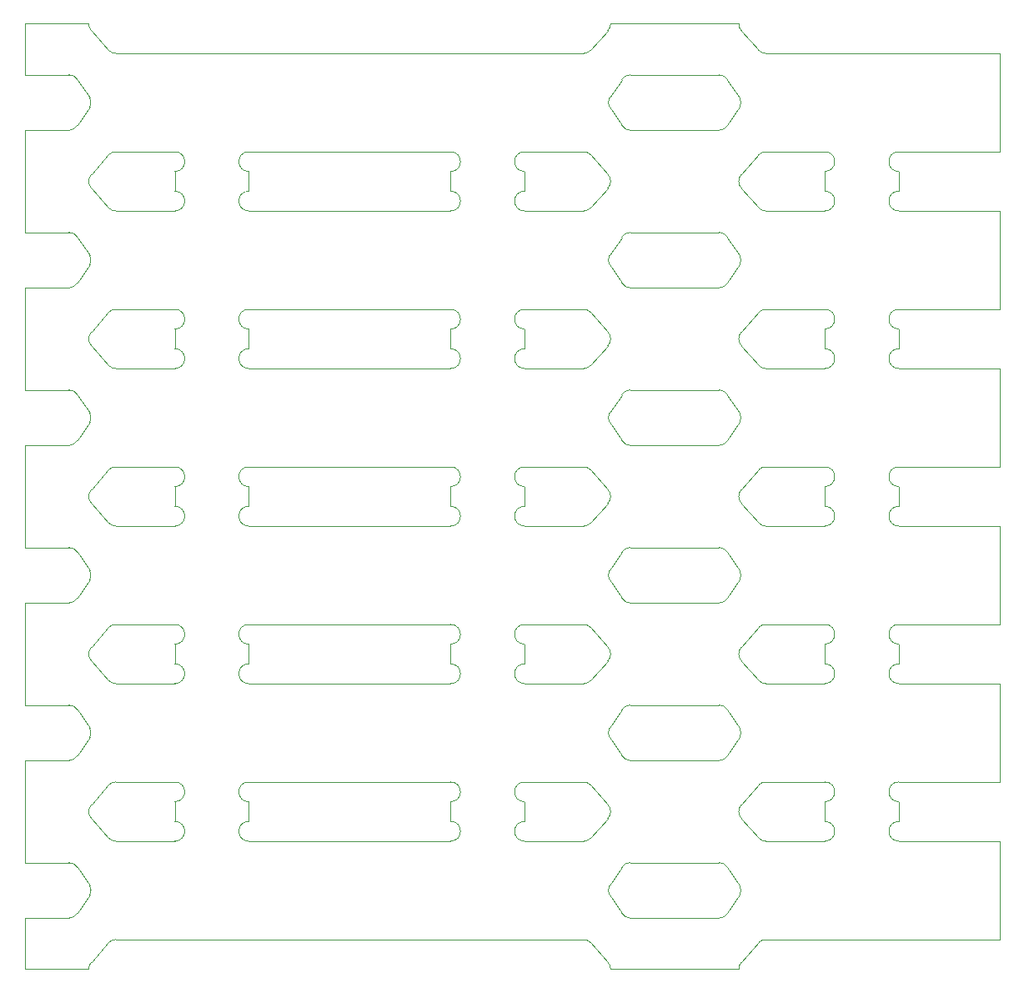
<source format=gm1>
G04 #@! TF.GenerationSoftware,KiCad,Pcbnew,(5.1.10)-1*
G04 #@! TF.CreationDate,2021-12-18T23:32:26-05:00*
G04 #@! TF.ProjectId,PCBWrench_panelized,50434257-7265-46e6-9368-5f70616e656c,rev?*
G04 #@! TF.SameCoordinates,Original*
G04 #@! TF.FileFunction,Profile,NP*
%FSLAX46Y46*%
G04 Gerber Fmt 4.6, Leading zero omitted, Abs format (unit mm)*
G04 Created by KiCad (PCBNEW (5.1.10)-1) date 2021-12-18 23:32:26*
%MOMM*%
%LPD*%
G01*
G04 APERTURE LIST*
G04 #@! TA.AperFunction,Profile*
%ADD10C,0.050000*%
G04 #@! TD*
G04 APERTURE END LIST*
D10*
X99000000Y-177000000D02*
X99000000Y-187000000D01*
X99000000Y-161000000D02*
X99000000Y-171000000D01*
X99000000Y-145000000D02*
X99000000Y-155000000D01*
X99000000Y-129000000D02*
X99000000Y-139000000D01*
X99000000Y-113000000D02*
X99000000Y-123000000D01*
X99000000Y-97000000D02*
X99000000Y-107000000D01*
X81250000Y-187000000D02*
X88750000Y-187000000D01*
X59500000Y-190000000D02*
X72500000Y-190000000D01*
X15250000Y-187000000D02*
X22750000Y-187000000D01*
X0Y-190000000D02*
X6500000Y-190000000D01*
X59500000Y-94000000D02*
X72500000Y-94000000D01*
X15250000Y-97000000D02*
X22750000Y-97000000D01*
X0Y-94000000D02*
X6500000Y-94000000D01*
X22750000Y-175000000D02*
X22750000Y-174000000D01*
X22750000Y-159000000D02*
X22750000Y-158000000D01*
X22750000Y-143000000D02*
X22750000Y-142000000D01*
X22750000Y-127000000D02*
X22750000Y-126000000D01*
X22750000Y-111000000D02*
X22750000Y-110000000D01*
X15250000Y-175000000D02*
X15250000Y-174000000D01*
X15250000Y-159000000D02*
X15250000Y-158000000D01*
X15250000Y-143000000D02*
X15250000Y-142000000D01*
X15250000Y-127000000D02*
X15250000Y-126000000D01*
X15250000Y-111000000D02*
X15250000Y-110000000D01*
X15250000Y-175000000D02*
G75*
G02*
X15250000Y-177000000I0J-1000000D01*
G01*
X15250000Y-159000000D02*
G75*
G02*
X15250000Y-161000000I0J-1000000D01*
G01*
X15250000Y-143000000D02*
G75*
G02*
X15250000Y-145000000I0J-1000000D01*
G01*
X15250000Y-127000000D02*
G75*
G02*
X15250000Y-129000000I0J-1000000D01*
G01*
X15250000Y-111000000D02*
G75*
G02*
X15250000Y-113000000I0J-1000000D01*
G01*
X27000000Y-177000000D02*
X22750000Y-177000000D01*
X27000000Y-161000000D02*
X22750000Y-161000000D01*
X27000000Y-145000000D02*
X22750000Y-145000000D01*
X27000000Y-129000000D02*
X22750000Y-129000000D01*
X27000000Y-113000000D02*
X22750000Y-113000000D01*
X15250000Y-173000000D02*
X15250000Y-174000000D01*
X15250000Y-157000000D02*
X15250000Y-158000000D01*
X15250000Y-141000000D02*
X15250000Y-142000000D01*
X15250000Y-125000000D02*
X15250000Y-126000000D01*
X22750000Y-173000000D02*
X22750000Y-174000000D01*
X22750000Y-157000000D02*
X22750000Y-158000000D01*
X22750000Y-141000000D02*
X22750000Y-142000000D01*
X22750000Y-125000000D02*
X22750000Y-126000000D01*
X22750000Y-177000000D02*
G75*
G02*
X22750000Y-175000000I0J1000000D01*
G01*
X22750000Y-161000000D02*
G75*
G02*
X22750000Y-159000000I0J1000000D01*
G01*
X22750000Y-145000000D02*
G75*
G02*
X22750000Y-143000000I0J1000000D01*
G01*
X22750000Y-129000000D02*
G75*
G02*
X22750000Y-127000000I0J1000000D01*
G01*
X22750000Y-113000000D02*
G75*
G02*
X22750000Y-111000000I0J1000000D01*
G01*
X15250000Y-177000000D02*
X11000000Y-177000000D01*
X15250000Y-161000000D02*
X11000000Y-161000000D01*
X15250000Y-145000000D02*
X11000000Y-145000000D01*
X15250000Y-129000000D02*
X11000000Y-129000000D01*
X15250000Y-113000000D02*
X11000000Y-113000000D01*
X61500000Y-184820000D02*
X66000000Y-184820000D01*
X61500000Y-168820000D02*
X66000000Y-168820000D01*
X61500000Y-152820000D02*
X66000000Y-152820000D01*
X61500000Y-136820000D02*
X66000000Y-136820000D01*
X61500000Y-120820000D02*
X66000000Y-120820000D01*
X6792893Y-174707107D02*
X8542893Y-176707107D01*
X6792893Y-158707107D02*
X8542893Y-160707107D01*
X6792893Y-142707107D02*
X8542893Y-144707107D01*
X6792893Y-126707107D02*
X8542893Y-128707107D01*
X6792893Y-110707107D02*
X8542893Y-112707107D01*
X71366025Y-179680000D02*
G75*
G03*
X70500000Y-179180000I-866025J-500000D01*
G01*
X71366025Y-163680000D02*
G75*
G03*
X70500000Y-163180000I-866025J-500000D01*
G01*
X71366025Y-147680000D02*
G75*
G03*
X70500000Y-147180000I-866025J-500000D01*
G01*
X71366025Y-131680000D02*
G75*
G03*
X70500000Y-131180000I-866025J-500000D01*
G01*
X71366025Y-115680000D02*
G75*
G03*
X70500000Y-115180000I-866025J-500000D01*
G01*
X60633975Y-179680000D02*
G75*
G02*
X61500000Y-179180000I866025J-500000D01*
G01*
X60633975Y-163680000D02*
G75*
G02*
X61500000Y-163180000I866025J-500000D01*
G01*
X60633975Y-147680000D02*
G75*
G02*
X61500000Y-147180000I866025J-500000D01*
G01*
X60633975Y-131680000D02*
G75*
G02*
X61500000Y-131180000I866025J-500000D01*
G01*
X60633975Y-115680000D02*
G75*
G02*
X61500000Y-115180000I866025J-500000D01*
G01*
X71366025Y-184320000D02*
X72610000Y-182466988D01*
X71366025Y-168320000D02*
X72610000Y-166466988D01*
X71366025Y-152320000D02*
X72610000Y-150466988D01*
X71366025Y-136320000D02*
X72610000Y-134466988D01*
X71366025Y-120320000D02*
X72610000Y-118466988D01*
X70500000Y-179180000D02*
X66000000Y-179180000D01*
X70500000Y-163180000D02*
X66000000Y-163180000D01*
X70500000Y-147180000D02*
X66000000Y-147180000D01*
X70500000Y-131180000D02*
X66000000Y-131180000D01*
X70500000Y-115180000D02*
X66000000Y-115180000D01*
X72610000Y-181533012D02*
G75*
G02*
X72735129Y-182000000I-808846J-466988D01*
G01*
X72610000Y-165533012D02*
G75*
G02*
X72735129Y-166000000I-808846J-466988D01*
G01*
X72610000Y-149533012D02*
G75*
G02*
X72735129Y-150000000I-808846J-466988D01*
G01*
X72610000Y-133533012D02*
G75*
G02*
X72735129Y-134000000I-808846J-466988D01*
G01*
X72610000Y-117533012D02*
G75*
G02*
X72735129Y-118000000I-808846J-466988D01*
G01*
X43250000Y-175000000D02*
X43250000Y-174000000D01*
X43250000Y-159000000D02*
X43250000Y-158000000D01*
X43250000Y-143000000D02*
X43250000Y-142000000D01*
X43250000Y-127000000D02*
X43250000Y-126000000D01*
X43250000Y-111000000D02*
X43250000Y-110000000D01*
X60633975Y-179680000D02*
X59390000Y-181533012D01*
X60633975Y-163680000D02*
X59390000Y-165533012D01*
X60633975Y-147680000D02*
X59390000Y-149533012D01*
X60633975Y-131680000D02*
X59390000Y-133533012D01*
X60633975Y-115680000D02*
X59390000Y-117533012D01*
X43250000Y-173000000D02*
X43250000Y-174000000D01*
X43250000Y-157000000D02*
X43250000Y-158000000D01*
X43250000Y-141000000D02*
X43250000Y-142000000D01*
X43250000Y-125000000D02*
X43250000Y-126000000D01*
X50750000Y-173000000D02*
G75*
G02*
X50750000Y-171000000I0J1000000D01*
G01*
X50750000Y-157000000D02*
G75*
G02*
X50750000Y-155000000I0J1000000D01*
G01*
X50750000Y-141000000D02*
G75*
G02*
X50750000Y-139000000I0J1000000D01*
G01*
X50750000Y-125000000D02*
G75*
G02*
X50750000Y-123000000I0J1000000D01*
G01*
X50750000Y-187000000D02*
X55000000Y-187000000D01*
X50750000Y-171000000D02*
X55000000Y-171000000D01*
X50750000Y-155000000D02*
X55000000Y-155000000D01*
X50750000Y-139000000D02*
X55000000Y-139000000D01*
X50750000Y-123000000D02*
X55000000Y-123000000D01*
X59207107Y-189292893D02*
X57457107Y-187292893D01*
X59207107Y-173292893D02*
X57457107Y-171292893D01*
X59207107Y-157292893D02*
X57457107Y-155292893D01*
X59207107Y-141292893D02*
X57457107Y-139292893D01*
X59207107Y-125292893D02*
X57457107Y-123292893D01*
X59207107Y-189292893D02*
G75*
G02*
X59500000Y-190000000I-707107J-707107D01*
G01*
X59207107Y-173292893D02*
G75*
G02*
X59500000Y-174000000I-707107J-707107D01*
G01*
X59207107Y-157292893D02*
G75*
G02*
X59500000Y-158000000I-707107J-707107D01*
G01*
X59207107Y-141292893D02*
G75*
G02*
X59500000Y-142000000I-707107J-707107D01*
G01*
X59207107Y-125292893D02*
G75*
G02*
X59500000Y-126000000I-707107J-707107D01*
G01*
X33000000Y-177000000D02*
X37000000Y-177000000D01*
X33000000Y-161000000D02*
X37000000Y-161000000D01*
X33000000Y-145000000D02*
X37000000Y-145000000D01*
X33000000Y-129000000D02*
X37000000Y-129000000D01*
X33000000Y-113000000D02*
X37000000Y-113000000D01*
X61500000Y-179180000D02*
X66000000Y-179180000D01*
X61500000Y-163180000D02*
X66000000Y-163180000D01*
X61500000Y-147180000D02*
X66000000Y-147180000D01*
X61500000Y-131180000D02*
X66000000Y-131180000D01*
X61500000Y-115180000D02*
X66000000Y-115180000D01*
X56750000Y-187000000D02*
X55000000Y-187000000D01*
X56750000Y-171000000D02*
X55000000Y-171000000D01*
X56750000Y-155000000D02*
X55000000Y-155000000D01*
X56750000Y-139000000D02*
X55000000Y-139000000D01*
X56750000Y-123000000D02*
X55000000Y-123000000D01*
X59390000Y-182466988D02*
G75*
G02*
X59264871Y-182000000I808846J466988D01*
G01*
X59390000Y-166466988D02*
G75*
G02*
X59264871Y-166000000I808846J466988D01*
G01*
X59390000Y-150466988D02*
G75*
G02*
X59264871Y-150000000I808846J466988D01*
G01*
X59390000Y-134466988D02*
G75*
G02*
X59264871Y-134000000I808846J466988D01*
G01*
X59390000Y-118466988D02*
G75*
G02*
X59264871Y-118000000I808846J466988D01*
G01*
X39000000Y-187000000D02*
X37000000Y-187000000D01*
X39000000Y-171000000D02*
X37000000Y-171000000D01*
X39000000Y-155000000D02*
X37000000Y-155000000D01*
X39000000Y-139000000D02*
X37000000Y-139000000D01*
X39000000Y-123000000D02*
X37000000Y-123000000D01*
X9250000Y-187000000D02*
X11000000Y-187000000D01*
X9250000Y-171000000D02*
X11000000Y-171000000D01*
X9250000Y-155000000D02*
X11000000Y-155000000D01*
X9250000Y-139000000D02*
X11000000Y-139000000D01*
X9250000Y-123000000D02*
X11000000Y-123000000D01*
X59207107Y-174707107D02*
G75*
G03*
X59500000Y-174000000I-707107J707107D01*
G01*
X59207107Y-158707107D02*
G75*
G03*
X59500000Y-158000000I-707107J707107D01*
G01*
X59207107Y-142707107D02*
G75*
G03*
X59500000Y-142000000I-707107J707107D01*
G01*
X59207107Y-126707107D02*
G75*
G03*
X59500000Y-126000000I-707107J707107D01*
G01*
X59207107Y-110707107D02*
G75*
G03*
X59500000Y-110000000I-707107J707107D01*
G01*
X37000000Y-177000000D02*
X39000000Y-177000000D01*
X37000000Y-161000000D02*
X39000000Y-161000000D01*
X37000000Y-145000000D02*
X39000000Y-145000000D01*
X37000000Y-129000000D02*
X39000000Y-129000000D01*
X37000000Y-113000000D02*
X39000000Y-113000000D01*
X36000000Y-187000000D02*
X37000000Y-187000000D01*
X36000000Y-171000000D02*
X37000000Y-171000000D01*
X36000000Y-155000000D02*
X37000000Y-155000000D01*
X36000000Y-139000000D02*
X37000000Y-139000000D01*
X36000000Y-123000000D02*
X37000000Y-123000000D01*
X9250000Y-177000000D02*
X11000000Y-177000000D01*
X9250000Y-161000000D02*
X11000000Y-161000000D01*
X9250000Y-145000000D02*
X11000000Y-145000000D01*
X9250000Y-129000000D02*
X11000000Y-129000000D01*
X9250000Y-113000000D02*
X11000000Y-113000000D01*
X57457107Y-176707107D02*
G75*
G02*
X56750000Y-177000000I-707107J707107D01*
G01*
X57457107Y-160707107D02*
G75*
G02*
X56750000Y-161000000I-707107J707107D01*
G01*
X57457107Y-144707107D02*
G75*
G02*
X56750000Y-145000000I-707107J707107D01*
G01*
X57457107Y-128707107D02*
G75*
G02*
X56750000Y-129000000I-707107J707107D01*
G01*
X57457107Y-112707107D02*
G75*
G02*
X56750000Y-113000000I-707107J707107D01*
G01*
X57457107Y-187292893D02*
G75*
G03*
X56750000Y-187000000I-707107J-707107D01*
G01*
X57457107Y-171292893D02*
G75*
G03*
X56750000Y-171000000I-707107J-707107D01*
G01*
X57457107Y-155292893D02*
G75*
G03*
X56750000Y-155000000I-707107J-707107D01*
G01*
X57457107Y-139292893D02*
G75*
G03*
X56750000Y-139000000I-707107J-707107D01*
G01*
X57457107Y-123292893D02*
G75*
G03*
X56750000Y-123000000I-707107J-707107D01*
G01*
X50750000Y-177000000D02*
G75*
G02*
X50750000Y-175000000I0J1000000D01*
G01*
X50750000Y-161000000D02*
G75*
G02*
X50750000Y-159000000I0J1000000D01*
G01*
X50750000Y-145000000D02*
G75*
G02*
X50750000Y-143000000I0J1000000D01*
G01*
X50750000Y-129000000D02*
G75*
G02*
X50750000Y-127000000I0J1000000D01*
G01*
X50750000Y-113000000D02*
G75*
G02*
X50750000Y-111000000I0J1000000D01*
G01*
X43250000Y-175000000D02*
G75*
G02*
X43250000Y-177000000I0J-1000000D01*
G01*
X43250000Y-159000000D02*
G75*
G02*
X43250000Y-161000000I0J-1000000D01*
G01*
X43250000Y-143000000D02*
G75*
G02*
X43250000Y-145000000I0J-1000000D01*
G01*
X43250000Y-127000000D02*
G75*
G02*
X43250000Y-129000000I0J-1000000D01*
G01*
X43250000Y-111000000D02*
G75*
G02*
X43250000Y-113000000I0J-1000000D01*
G01*
X50750000Y-173000000D02*
X50750000Y-174000000D01*
X50750000Y-157000000D02*
X50750000Y-158000000D01*
X50750000Y-141000000D02*
X50750000Y-142000000D01*
X50750000Y-125000000D02*
X50750000Y-126000000D01*
X43250000Y-177000000D02*
X39000000Y-177000000D01*
X43250000Y-161000000D02*
X39000000Y-161000000D01*
X43250000Y-145000000D02*
X39000000Y-145000000D01*
X43250000Y-129000000D02*
X39000000Y-129000000D01*
X43250000Y-113000000D02*
X39000000Y-113000000D01*
X60633975Y-184320000D02*
G75*
G03*
X61500000Y-184820000I866025J500000D01*
G01*
X60633975Y-168320000D02*
G75*
G03*
X61500000Y-168820000I866025J500000D01*
G01*
X60633975Y-152320000D02*
G75*
G03*
X61500000Y-152820000I866025J500000D01*
G01*
X60633975Y-136320000D02*
G75*
G03*
X61500000Y-136820000I866025J500000D01*
G01*
X60633975Y-120320000D02*
G75*
G03*
X61500000Y-120820000I866025J500000D01*
G01*
X43250000Y-171000000D02*
G75*
G02*
X43250000Y-173000000I0J-1000000D01*
G01*
X43250000Y-155000000D02*
G75*
G02*
X43250000Y-157000000I0J-1000000D01*
G01*
X43250000Y-139000000D02*
G75*
G02*
X43250000Y-141000000I0J-1000000D01*
G01*
X43250000Y-123000000D02*
G75*
G02*
X43250000Y-125000000I0J-1000000D01*
G01*
X57457107Y-176707107D02*
X59207107Y-174707107D01*
X57457107Y-160707107D02*
X59207107Y-158707107D01*
X57457107Y-144707107D02*
X59207107Y-142707107D01*
X57457107Y-128707107D02*
X59207107Y-126707107D01*
X57457107Y-112707107D02*
X59207107Y-110707107D01*
X59390000Y-181533012D02*
G75*
G03*
X59264871Y-182000000I808846J-466988D01*
G01*
X59390000Y-165533012D02*
G75*
G03*
X59264871Y-166000000I808846J-466988D01*
G01*
X59390000Y-149533012D02*
G75*
G03*
X59264871Y-150000000I808846J-466988D01*
G01*
X59390000Y-133533012D02*
G75*
G03*
X59264871Y-134000000I808846J-466988D01*
G01*
X59390000Y-117533012D02*
G75*
G03*
X59264871Y-118000000I808846J-466988D01*
G01*
X8542893Y-187292893D02*
X6792893Y-189292893D01*
X8542893Y-171292893D02*
X6792893Y-173292893D01*
X8542893Y-155292893D02*
X6792893Y-157292893D01*
X8542893Y-139292893D02*
X6792893Y-141292893D01*
X8542893Y-123292893D02*
X6792893Y-125292893D01*
X50750000Y-175000000D02*
X50750000Y-174000000D01*
X50750000Y-159000000D02*
X50750000Y-158000000D01*
X50750000Y-143000000D02*
X50750000Y-142000000D01*
X50750000Y-127000000D02*
X50750000Y-126000000D01*
X50750000Y-111000000D02*
X50750000Y-110000000D01*
X74542893Y-187292893D02*
G75*
G02*
X75250000Y-187000000I707107J-707107D01*
G01*
X74542893Y-171292893D02*
G75*
G02*
X75250000Y-171000000I707107J-707107D01*
G01*
X74542893Y-155292893D02*
G75*
G02*
X75250000Y-155000000I707107J-707107D01*
G01*
X74542893Y-139292893D02*
G75*
G02*
X75250000Y-139000000I707107J-707107D01*
G01*
X74542893Y-123292893D02*
G75*
G02*
X75250000Y-123000000I707107J-707107D01*
G01*
X96000000Y-177000000D02*
X95000000Y-177000000D01*
X96000000Y-161000000D02*
X95000000Y-161000000D01*
X96000000Y-145000000D02*
X95000000Y-145000000D01*
X96000000Y-129000000D02*
X95000000Y-129000000D01*
X96000000Y-113000000D02*
X95000000Y-113000000D01*
X99000000Y-187000000D02*
X95000000Y-187000000D01*
X99000000Y-171000000D02*
X95000000Y-171000000D01*
X99000000Y-155000000D02*
X95000000Y-155000000D01*
X99000000Y-139000000D02*
X95000000Y-139000000D01*
X99000000Y-123000000D02*
X95000000Y-123000000D01*
X71366025Y-184320000D02*
G75*
G02*
X70500000Y-184820000I-866025J500000D01*
G01*
X71366025Y-168320000D02*
G75*
G02*
X70500000Y-168820000I-866025J500000D01*
G01*
X71366025Y-152320000D02*
G75*
G02*
X70500000Y-152820000I-866025J500000D01*
G01*
X71366025Y-136320000D02*
G75*
G02*
X70500000Y-136820000I-866025J500000D01*
G01*
X71366025Y-120320000D02*
G75*
G02*
X70500000Y-120820000I-866025J500000D01*
G01*
X36000000Y-187000000D02*
X33000000Y-187000000D01*
X36000000Y-171000000D02*
X33000000Y-171000000D01*
X36000000Y-155000000D02*
X33000000Y-155000000D01*
X36000000Y-139000000D02*
X33000000Y-139000000D01*
X36000000Y-123000000D02*
X33000000Y-123000000D01*
X55000000Y-177000000D02*
X50750000Y-177000000D01*
X55000000Y-161000000D02*
X50750000Y-161000000D01*
X55000000Y-145000000D02*
X50750000Y-145000000D01*
X55000000Y-129000000D02*
X50750000Y-129000000D01*
X55000000Y-113000000D02*
X50750000Y-113000000D01*
X96000000Y-177000000D02*
X99000000Y-177000000D01*
X96000000Y-161000000D02*
X99000000Y-161000000D01*
X96000000Y-145000000D02*
X99000000Y-145000000D01*
X96000000Y-129000000D02*
X99000000Y-129000000D01*
X96000000Y-113000000D02*
X99000000Y-113000000D01*
X60633975Y-184320000D02*
X59390000Y-182466988D01*
X60633975Y-168320000D02*
X59390000Y-166466988D01*
X60633975Y-152320000D02*
X59390000Y-150466988D01*
X60633975Y-136320000D02*
X59390000Y-134466988D01*
X60633975Y-120320000D02*
X59390000Y-118466988D01*
X56750000Y-177000000D02*
X55000000Y-177000000D01*
X56750000Y-161000000D02*
X55000000Y-161000000D01*
X56750000Y-145000000D02*
X55000000Y-145000000D01*
X56750000Y-129000000D02*
X55000000Y-129000000D01*
X56750000Y-113000000D02*
X55000000Y-113000000D01*
X72610000Y-182466988D02*
G75*
G03*
X72735129Y-182000000I-808846J466988D01*
G01*
X72610000Y-166466988D02*
G75*
G03*
X72735129Y-166000000I-808846J466988D01*
G01*
X72610000Y-150466988D02*
G75*
G03*
X72735129Y-150000000I-808846J466988D01*
G01*
X72610000Y-134466988D02*
G75*
G03*
X72735129Y-134000000I-808846J466988D01*
G01*
X72610000Y-118466988D02*
G75*
G03*
X72735129Y-118000000I-808846J466988D01*
G01*
X71366025Y-179680000D02*
X72610000Y-181533012D01*
X71366025Y-163680000D02*
X72610000Y-165533012D01*
X71366025Y-147680000D02*
X72610000Y-149533012D01*
X71366025Y-131680000D02*
X72610000Y-133533012D01*
X71366025Y-115680000D02*
X72610000Y-117533012D01*
X39000000Y-187000000D02*
X50750000Y-187000000D01*
X39000000Y-171000000D02*
X43250000Y-171000000D01*
X39000000Y-155000000D02*
X43250000Y-155000000D01*
X39000000Y-139000000D02*
X43250000Y-139000000D01*
X39000000Y-123000000D02*
X43250000Y-123000000D01*
X27000000Y-177000000D02*
X29000000Y-177000000D01*
X27000000Y-161000000D02*
X29000000Y-161000000D01*
X27000000Y-145000000D02*
X29000000Y-145000000D01*
X27000000Y-129000000D02*
X29000000Y-129000000D01*
X27000000Y-113000000D02*
X29000000Y-113000000D01*
X74542893Y-176707107D02*
G75*
G03*
X75250000Y-177000000I707107J707107D01*
G01*
X74542893Y-160707107D02*
G75*
G03*
X75250000Y-161000000I707107J707107D01*
G01*
X74542893Y-144707107D02*
G75*
G03*
X75250000Y-145000000I707107J707107D01*
G01*
X74542893Y-128707107D02*
G75*
G03*
X75250000Y-129000000I707107J707107D01*
G01*
X74542893Y-112707107D02*
G75*
G03*
X75250000Y-113000000I707107J707107D01*
G01*
X15250000Y-171000000D02*
G75*
G02*
X15250000Y-173000000I0J-1000000D01*
G01*
X15250000Y-155000000D02*
G75*
G02*
X15250000Y-157000000I0J-1000000D01*
G01*
X15250000Y-139000000D02*
G75*
G02*
X15250000Y-141000000I0J-1000000D01*
G01*
X15250000Y-123000000D02*
G75*
G02*
X15250000Y-125000000I0J-1000000D01*
G01*
X22750000Y-173000000D02*
G75*
G02*
X22750000Y-171000000I0J1000000D01*
G01*
X22750000Y-157000000D02*
G75*
G02*
X22750000Y-155000000I0J1000000D01*
G01*
X22750000Y-141000000D02*
G75*
G02*
X22750000Y-139000000I0J1000000D01*
G01*
X22750000Y-125000000D02*
G75*
G02*
X22750000Y-123000000I0J1000000D01*
G01*
X11000000Y-187000000D02*
X15250000Y-187000000D01*
X11000000Y-171000000D02*
X15250000Y-171000000D01*
X11000000Y-155000000D02*
X15250000Y-155000000D01*
X11000000Y-139000000D02*
X15250000Y-139000000D01*
X11000000Y-123000000D02*
X15250000Y-123000000D01*
X22750000Y-187000000D02*
X27000000Y-187000000D01*
X22750000Y-171000000D02*
X27000000Y-171000000D01*
X22750000Y-155000000D02*
X27000000Y-155000000D01*
X22750000Y-139000000D02*
X27000000Y-139000000D01*
X22750000Y-123000000D02*
X27000000Y-123000000D01*
X6792893Y-174707107D02*
G75*
G02*
X6500000Y-174000000I707107J707107D01*
G01*
X6792893Y-158707107D02*
G75*
G02*
X6500000Y-158000000I707107J707107D01*
G01*
X6792893Y-142707107D02*
G75*
G02*
X6500000Y-142000000I707107J707107D01*
G01*
X6792893Y-126707107D02*
G75*
G02*
X6500000Y-126000000I707107J707107D01*
G01*
X6792893Y-110707107D02*
G75*
G02*
X6500000Y-110000000I707107J707107D01*
G01*
X6792893Y-189292893D02*
G75*
G03*
X6500000Y-190000000I707107J-707107D01*
G01*
X6792893Y-173292893D02*
G75*
G03*
X6500000Y-174000000I707107J-707107D01*
G01*
X6792893Y-157292893D02*
G75*
G03*
X6500000Y-158000000I707107J-707107D01*
G01*
X6792893Y-141292893D02*
G75*
G03*
X6500000Y-142000000I707107J-707107D01*
G01*
X6792893Y-125292893D02*
G75*
G03*
X6500000Y-126000000I707107J-707107D01*
G01*
X75250000Y-187000000D02*
X77000000Y-187000000D01*
X75250000Y-171000000D02*
X77000000Y-171000000D01*
X75250000Y-155000000D02*
X77000000Y-155000000D01*
X75250000Y-139000000D02*
X77000000Y-139000000D01*
X75250000Y-123000000D02*
X77000000Y-123000000D01*
X81250000Y-175000000D02*
G75*
G02*
X81250000Y-177000000I0J-1000000D01*
G01*
X81250000Y-159000000D02*
G75*
G02*
X81250000Y-161000000I0J-1000000D01*
G01*
X81250000Y-143000000D02*
G75*
G02*
X81250000Y-145000000I0J-1000000D01*
G01*
X81250000Y-127000000D02*
G75*
G02*
X81250000Y-129000000I0J-1000000D01*
G01*
X81250000Y-111000000D02*
G75*
G02*
X81250000Y-113000000I0J-1000000D01*
G01*
X93000000Y-177000000D02*
X88750000Y-177000000D01*
X93000000Y-161000000D02*
X88750000Y-161000000D01*
X93000000Y-145000000D02*
X88750000Y-145000000D01*
X93000000Y-129000000D02*
X88750000Y-129000000D01*
X93000000Y-113000000D02*
X88750000Y-113000000D01*
X81250000Y-175000000D02*
X81250000Y-174000000D01*
X81250000Y-159000000D02*
X81250000Y-158000000D01*
X81250000Y-143000000D02*
X81250000Y-142000000D01*
X81250000Y-127000000D02*
X81250000Y-126000000D01*
X81250000Y-111000000D02*
X81250000Y-110000000D01*
X81250000Y-171000000D02*
G75*
G02*
X81250000Y-173000000I0J-1000000D01*
G01*
X81250000Y-155000000D02*
G75*
G02*
X81250000Y-157000000I0J-1000000D01*
G01*
X81250000Y-139000000D02*
G75*
G02*
X81250000Y-141000000I0J-1000000D01*
G01*
X81250000Y-123000000D02*
G75*
G02*
X81250000Y-125000000I0J-1000000D01*
G01*
X88750000Y-173000000D02*
X88750000Y-174000000D01*
X88750000Y-157000000D02*
X88750000Y-158000000D01*
X88750000Y-141000000D02*
X88750000Y-142000000D01*
X88750000Y-125000000D02*
X88750000Y-126000000D01*
X72792893Y-189292893D02*
G75*
G03*
X72500000Y-190000000I707107J-707107D01*
G01*
X72792893Y-173292893D02*
G75*
G03*
X72500000Y-174000000I707107J-707107D01*
G01*
X72792893Y-157292893D02*
G75*
G03*
X72500000Y-158000000I707107J-707107D01*
G01*
X72792893Y-141292893D02*
G75*
G03*
X72500000Y-142000000I707107J-707107D01*
G01*
X72792893Y-125292893D02*
G75*
G03*
X72500000Y-126000000I707107J-707107D01*
G01*
X77000000Y-187000000D02*
X81250000Y-187000000D01*
X77000000Y-171000000D02*
X81250000Y-171000000D01*
X77000000Y-155000000D02*
X81250000Y-155000000D01*
X77000000Y-139000000D02*
X81250000Y-139000000D01*
X77000000Y-123000000D02*
X81250000Y-123000000D01*
X81250000Y-173000000D02*
X81250000Y-174000000D01*
X81250000Y-157000000D02*
X81250000Y-158000000D01*
X81250000Y-141000000D02*
X81250000Y-142000000D01*
X81250000Y-125000000D02*
X81250000Y-126000000D01*
X88750000Y-173000000D02*
G75*
G02*
X88750000Y-171000000I0J1000000D01*
G01*
X88750000Y-157000000D02*
G75*
G02*
X88750000Y-155000000I0J1000000D01*
G01*
X88750000Y-141000000D02*
G75*
G02*
X88750000Y-139000000I0J1000000D01*
G01*
X88750000Y-125000000D02*
G75*
G02*
X88750000Y-123000000I0J1000000D01*
G01*
X75250000Y-177000000D02*
X77000000Y-177000000D01*
X75250000Y-161000000D02*
X77000000Y-161000000D01*
X75250000Y-145000000D02*
X77000000Y-145000000D01*
X75250000Y-129000000D02*
X77000000Y-129000000D01*
X75250000Y-113000000D02*
X77000000Y-113000000D01*
X74542893Y-187292893D02*
X72792893Y-189292893D01*
X74542893Y-171292893D02*
X72792893Y-173292893D01*
X74542893Y-155292893D02*
X72792893Y-157292893D01*
X74542893Y-139292893D02*
X72792893Y-141292893D01*
X74542893Y-123292893D02*
X72792893Y-125292893D01*
X88750000Y-187000000D02*
X93000000Y-187000000D01*
X88750000Y-171000000D02*
X93000000Y-171000000D01*
X88750000Y-155000000D02*
X93000000Y-155000000D01*
X88750000Y-139000000D02*
X93000000Y-139000000D01*
X88750000Y-123000000D02*
X93000000Y-123000000D01*
X70500000Y-184820000D02*
X66000000Y-184820000D01*
X70500000Y-168820000D02*
X66000000Y-168820000D01*
X70500000Y-152820000D02*
X66000000Y-152820000D01*
X70500000Y-136820000D02*
X66000000Y-136820000D01*
X70500000Y-120820000D02*
X66000000Y-120820000D01*
X81250000Y-177000000D02*
X77000000Y-177000000D01*
X81250000Y-161000000D02*
X77000000Y-161000000D01*
X81250000Y-145000000D02*
X77000000Y-145000000D01*
X81250000Y-129000000D02*
X77000000Y-129000000D01*
X81250000Y-113000000D02*
X77000000Y-113000000D01*
X72792893Y-174707107D02*
X74542893Y-176707107D01*
X72792893Y-158707107D02*
X74542893Y-160707107D01*
X72792893Y-142707107D02*
X74542893Y-144707107D01*
X72792893Y-126707107D02*
X74542893Y-128707107D01*
X72792893Y-110707107D02*
X74542893Y-112707107D01*
X72792893Y-174707107D02*
G75*
G02*
X72500000Y-174000000I707107J707107D01*
G01*
X72792893Y-158707107D02*
G75*
G02*
X72500000Y-158000000I707107J707107D01*
G01*
X72792893Y-142707107D02*
G75*
G02*
X72500000Y-142000000I707107J707107D01*
G01*
X72792893Y-126707107D02*
G75*
G02*
X72500000Y-126000000I707107J707107D01*
G01*
X72792893Y-110707107D02*
G75*
G02*
X72500000Y-110000000I707107J707107D01*
G01*
X88750000Y-177000000D02*
G75*
G02*
X88750000Y-175000000I0J1000000D01*
G01*
X88750000Y-161000000D02*
G75*
G02*
X88750000Y-159000000I0J1000000D01*
G01*
X88750000Y-145000000D02*
G75*
G02*
X88750000Y-143000000I0J1000000D01*
G01*
X88750000Y-129000000D02*
G75*
G02*
X88750000Y-127000000I0J1000000D01*
G01*
X88750000Y-113000000D02*
G75*
G02*
X88750000Y-111000000I0J1000000D01*
G01*
X88750000Y-175000000D02*
X88750000Y-174000000D01*
X88750000Y-159000000D02*
X88750000Y-158000000D01*
X88750000Y-143000000D02*
X88750000Y-142000000D01*
X88750000Y-127000000D02*
X88750000Y-126000000D01*
X88750000Y-111000000D02*
X88750000Y-110000000D01*
X93000000Y-177000000D02*
X95000000Y-177000000D01*
X93000000Y-161000000D02*
X95000000Y-161000000D01*
X93000000Y-145000000D02*
X95000000Y-145000000D01*
X93000000Y-129000000D02*
X95000000Y-129000000D01*
X93000000Y-113000000D02*
X95000000Y-113000000D01*
X95000000Y-187000000D02*
X93000000Y-187000000D01*
X95000000Y-171000000D02*
X93000000Y-171000000D01*
X95000000Y-155000000D02*
X93000000Y-155000000D01*
X95000000Y-139000000D02*
X93000000Y-139000000D01*
X95000000Y-123000000D02*
X93000000Y-123000000D01*
X29000000Y-187000000D02*
X27000000Y-187000000D01*
X29000000Y-171000000D02*
X27000000Y-171000000D01*
X29000000Y-155000000D02*
X27000000Y-155000000D01*
X29000000Y-139000000D02*
X27000000Y-139000000D01*
X29000000Y-123000000D02*
X27000000Y-123000000D01*
X4500000Y-184820000D02*
X0Y-184820000D01*
X4500000Y-168820000D02*
X0Y-168820000D01*
X4500000Y-152820000D02*
X0Y-152820000D01*
X4500000Y-136820000D02*
X0Y-136820000D01*
X4500000Y-120820000D02*
X0Y-120820000D01*
X0Y-190000000D02*
X0Y-184820000D01*
X0Y-174000000D02*
X0Y-168820000D01*
X0Y-158000000D02*
X0Y-152820000D01*
X0Y-142000000D02*
X0Y-136820000D01*
X0Y-126000000D02*
X0Y-120820000D01*
X8542893Y-187292893D02*
G75*
G02*
X9250000Y-187000000I707107J-707107D01*
G01*
X8542893Y-171292893D02*
G75*
G02*
X9250000Y-171000000I707107J-707107D01*
G01*
X8542893Y-155292893D02*
G75*
G02*
X9250000Y-155000000I707107J-707107D01*
G01*
X8542893Y-139292893D02*
G75*
G02*
X9250000Y-139000000I707107J-707107D01*
G01*
X8542893Y-123292893D02*
G75*
G02*
X9250000Y-123000000I707107J-707107D01*
G01*
X30000000Y-177000000D02*
X29000000Y-177000000D01*
X30000000Y-161000000D02*
X29000000Y-161000000D01*
X30000000Y-145000000D02*
X29000000Y-145000000D01*
X30000000Y-129000000D02*
X29000000Y-129000000D01*
X30000000Y-113000000D02*
X29000000Y-113000000D01*
X0Y-174000000D02*
X0Y-179180000D01*
X0Y-158000000D02*
X0Y-163180000D01*
X0Y-142000000D02*
X0Y-147180000D01*
X0Y-126000000D02*
X0Y-131180000D01*
X0Y-110000000D02*
X0Y-115180000D01*
X33000000Y-187000000D02*
X29000000Y-187000000D01*
X33000000Y-171000000D02*
X29000000Y-171000000D01*
X33000000Y-155000000D02*
X29000000Y-155000000D01*
X33000000Y-139000000D02*
X29000000Y-139000000D01*
X33000000Y-123000000D02*
X29000000Y-123000000D01*
X5366025Y-184320000D02*
G75*
G02*
X4500000Y-184820000I-866025J500000D01*
G01*
X5366025Y-168320000D02*
G75*
G02*
X4500000Y-168820000I-866025J500000D01*
G01*
X5366025Y-152320000D02*
G75*
G02*
X4500000Y-152820000I-866025J500000D01*
G01*
X5366025Y-136320000D02*
G75*
G02*
X4500000Y-136820000I-866025J500000D01*
G01*
X5366025Y-120320000D02*
G75*
G02*
X4500000Y-120820000I-866025J500000D01*
G01*
X30000000Y-177000000D02*
X33000000Y-177000000D01*
X30000000Y-161000000D02*
X33000000Y-161000000D01*
X30000000Y-145000000D02*
X33000000Y-145000000D01*
X30000000Y-129000000D02*
X33000000Y-129000000D01*
X30000000Y-113000000D02*
X33000000Y-113000000D01*
X6610000Y-182466988D02*
G75*
G03*
X6735129Y-182000000I-808846J466988D01*
G01*
X6610000Y-166466988D02*
G75*
G03*
X6735129Y-166000000I-808846J466988D01*
G01*
X6610000Y-150466988D02*
G75*
G03*
X6735129Y-150000000I-808846J466988D01*
G01*
X6610000Y-134466988D02*
G75*
G03*
X6735129Y-134000000I-808846J466988D01*
G01*
X6610000Y-118466988D02*
G75*
G03*
X6735129Y-118000000I-808846J466988D01*
G01*
X5366025Y-179680000D02*
X6610000Y-181533012D01*
X5366025Y-163680000D02*
X6610000Y-165533012D01*
X5366025Y-147680000D02*
X6610000Y-149533012D01*
X5366025Y-131680000D02*
X6610000Y-133533012D01*
X5366025Y-115680000D02*
X6610000Y-117533012D01*
X5366025Y-179680000D02*
G75*
G03*
X4500000Y-179180000I-866025J-500000D01*
G01*
X5366025Y-163680000D02*
G75*
G03*
X4500000Y-163180000I-866025J-500000D01*
G01*
X5366025Y-147680000D02*
G75*
G03*
X4500000Y-147180000I-866025J-500000D01*
G01*
X5366025Y-131680000D02*
G75*
G03*
X4500000Y-131180000I-866025J-500000D01*
G01*
X5366025Y-115680000D02*
G75*
G03*
X4500000Y-115180000I-866025J-500000D01*
G01*
X5366025Y-184320000D02*
X6610000Y-182466988D01*
X5366025Y-168320000D02*
X6610000Y-166466988D01*
X5366025Y-152320000D02*
X6610000Y-150466988D01*
X5366025Y-136320000D02*
X6610000Y-134466988D01*
X5366025Y-120320000D02*
X6610000Y-118466988D01*
X4500000Y-179180000D02*
X0Y-179180000D01*
X4500000Y-163180000D02*
X0Y-163180000D01*
X4500000Y-147180000D02*
X0Y-147180000D01*
X4500000Y-131180000D02*
X0Y-131180000D01*
X4500000Y-115180000D02*
X0Y-115180000D01*
X6610000Y-181533012D02*
G75*
G02*
X6735129Y-182000000I-808846J-466988D01*
G01*
X6610000Y-165533012D02*
G75*
G02*
X6735129Y-166000000I-808846J-466988D01*
G01*
X6610000Y-149533012D02*
G75*
G02*
X6735129Y-150000000I-808846J-466988D01*
G01*
X6610000Y-133533012D02*
G75*
G02*
X6735129Y-134000000I-808846J-466988D01*
G01*
X6610000Y-117533012D02*
G75*
G02*
X6735129Y-118000000I-808846J-466988D01*
G01*
X8542893Y-176707107D02*
G75*
G03*
X9250000Y-177000000I707107J707107D01*
G01*
X8542893Y-160707107D02*
G75*
G03*
X9250000Y-161000000I707107J707107D01*
G01*
X8542893Y-144707107D02*
G75*
G03*
X9250000Y-145000000I707107J707107D01*
G01*
X8542893Y-128707107D02*
G75*
G03*
X9250000Y-129000000I707107J707107D01*
G01*
X8542893Y-112707107D02*
G75*
G03*
X9250000Y-113000000I707107J707107D01*
G01*
X93000000Y-97000000D02*
X81250000Y-97000000D01*
X81250000Y-109000000D02*
X81250000Y-110000000D01*
X88750000Y-109000000D02*
X88750000Y-110000000D01*
X81250000Y-97000000D02*
X77000000Y-97000000D01*
X72792893Y-94707107D02*
X74542893Y-96707107D01*
X75250000Y-107000000D02*
X77000000Y-107000000D01*
X75250000Y-97000000D02*
X77000000Y-97000000D01*
X74542893Y-107292893D02*
X72792893Y-109292893D01*
X93000000Y-97000000D02*
X95000000Y-97000000D01*
X81250000Y-107000000D02*
G75*
G02*
X81250000Y-109000000I0J-1000000D01*
G01*
X88750000Y-109000000D02*
G75*
G02*
X88750000Y-107000000I0J1000000D01*
G01*
X77000000Y-107000000D02*
X81250000Y-107000000D01*
X88750000Y-107000000D02*
X93000000Y-107000000D01*
X72792893Y-94707107D02*
G75*
G02*
X72500000Y-94000000I707107J707107D01*
G01*
X72792893Y-109292893D02*
G75*
G03*
X72500000Y-110000000I707107J-707107D01*
G01*
X95000000Y-107000000D02*
X93000000Y-107000000D01*
X70500000Y-104820000D02*
X66000000Y-104820000D01*
X74542893Y-107292893D02*
G75*
G02*
X75250000Y-107000000I707107J-707107D01*
G01*
X96000000Y-97000000D02*
X95000000Y-97000000D01*
X99000000Y-107000000D02*
X95000000Y-107000000D01*
X71366025Y-104320000D02*
G75*
G02*
X70500000Y-104820000I-866025J500000D01*
G01*
X96000000Y-97000000D02*
X99000000Y-97000000D01*
X72610000Y-102466988D02*
G75*
G03*
X72735129Y-102000000I-808846J466988D01*
G01*
X71366025Y-99680000D02*
X72610000Y-101533012D01*
X71366025Y-99680000D02*
G75*
G03*
X70500000Y-99180000I-866025J-500000D01*
G01*
X71366025Y-104320000D02*
X72610000Y-102466988D01*
X70500000Y-99180000D02*
X66000000Y-99180000D01*
X72610000Y-101533012D02*
G75*
G02*
X72735129Y-102000000I-808846J-466988D01*
G01*
X74542893Y-96707107D02*
G75*
G03*
X75250000Y-97000000I707107J707107D01*
G01*
X43250000Y-109000000D02*
X43250000Y-110000000D01*
X50750000Y-109000000D02*
X50750000Y-110000000D01*
X50750000Y-109000000D02*
G75*
G02*
X50750000Y-107000000I0J1000000D01*
G01*
X39000000Y-107000000D02*
X43250000Y-107000000D01*
X43250000Y-107000000D02*
G75*
G02*
X43250000Y-109000000I0J-1000000D01*
G01*
X50750000Y-107000000D02*
X55000000Y-107000000D01*
X59207107Y-109292893D02*
X57457107Y-107292893D01*
X56750000Y-97000000D02*
X55000000Y-97000000D01*
X56750000Y-107000000D02*
X55000000Y-107000000D01*
X57457107Y-96707107D02*
X59207107Y-94707107D01*
X39000000Y-107000000D02*
X37000000Y-107000000D01*
X55000000Y-97000000D02*
X50750000Y-97000000D01*
X50750000Y-97000000D02*
X39000000Y-97000000D01*
X59207107Y-109292893D02*
G75*
G02*
X59500000Y-110000000I-707107J-707107D01*
G01*
X59207107Y-94707107D02*
G75*
G03*
X59500000Y-94000000I-707107J707107D01*
G01*
X37000000Y-97000000D02*
X39000000Y-97000000D01*
X61500000Y-99180000D02*
X66000000Y-99180000D01*
X57457107Y-96707107D02*
G75*
G02*
X56750000Y-97000000I-707107J707107D01*
G01*
X36000000Y-107000000D02*
X37000000Y-107000000D01*
X33000000Y-97000000D02*
X37000000Y-97000000D01*
X60633975Y-99680000D02*
G75*
G02*
X61500000Y-99180000I866025J-500000D01*
G01*
X36000000Y-107000000D02*
X33000000Y-107000000D01*
X59390000Y-101533012D02*
G75*
G03*
X59264871Y-102000000I808846J-466988D01*
G01*
X60633975Y-104320000D02*
X59390000Y-102466988D01*
X60633975Y-104320000D02*
G75*
G03*
X61500000Y-104820000I866025J500000D01*
G01*
X60633975Y-99680000D02*
X59390000Y-101533012D01*
X61500000Y-104820000D02*
X66000000Y-104820000D01*
X59390000Y-102466988D02*
G75*
G02*
X59264871Y-102000000I808846J466988D01*
G01*
X57457107Y-107292893D02*
G75*
G03*
X56750000Y-107000000I-707107J-707107D01*
G01*
X27000000Y-97000000D02*
X29000000Y-97000000D01*
X9250000Y-97000000D02*
X11000000Y-97000000D01*
X9250000Y-107000000D02*
X11000000Y-107000000D01*
X6792893Y-94707107D02*
X8542893Y-96707107D01*
X8542893Y-107292893D02*
X6792893Y-109292893D01*
X27000000Y-97000000D02*
X22750000Y-97000000D01*
X15250000Y-97000000D02*
X11000000Y-97000000D01*
X22750000Y-109000000D02*
X22750000Y-110000000D01*
X15250000Y-109000000D02*
X15250000Y-110000000D01*
X6792893Y-109292893D02*
G75*
G03*
X6500000Y-110000000I707107J-707107D01*
G01*
X6792893Y-94707107D02*
G75*
G02*
X6500000Y-94000000I707107J707107D01*
G01*
X8542893Y-96707107D02*
G75*
G03*
X9250000Y-97000000I707107J707107D01*
G01*
X6610000Y-101533012D02*
G75*
G02*
X6735129Y-102000000I-808846J-466988D01*
G01*
X4500000Y-99180000D02*
X0Y-99180000D01*
X5366025Y-104320000D02*
X6610000Y-102466988D01*
X5366025Y-99680000D02*
G75*
G03*
X4500000Y-99180000I-866025J-500000D01*
G01*
X5366025Y-99680000D02*
X6610000Y-101533012D01*
X6610000Y-102466988D02*
G75*
G03*
X6735129Y-102000000I-808846J466988D01*
G01*
X30000000Y-97000000D02*
X33000000Y-97000000D01*
X5366025Y-104320000D02*
G75*
G02*
X4500000Y-104820000I-866025J500000D01*
G01*
X33000000Y-107000000D02*
X29000000Y-107000000D01*
X0Y-94000000D02*
X0Y-99180000D01*
X30000000Y-97000000D02*
X29000000Y-97000000D01*
X8542893Y-107292893D02*
G75*
G02*
X9250000Y-107000000I707107J-707107D01*
G01*
X0Y-110000000D02*
X0Y-104820000D01*
X4500000Y-104820000D02*
X0Y-104820000D01*
X29000000Y-107000000D02*
X27000000Y-107000000D01*
X22750000Y-107000000D02*
X27000000Y-107000000D01*
X11000000Y-107000000D02*
X15250000Y-107000000D01*
X22750000Y-109000000D02*
G75*
G02*
X22750000Y-107000000I0J1000000D01*
G01*
X15250000Y-107000000D02*
G75*
G02*
X15250000Y-109000000I0J-1000000D01*
G01*
M02*

</source>
